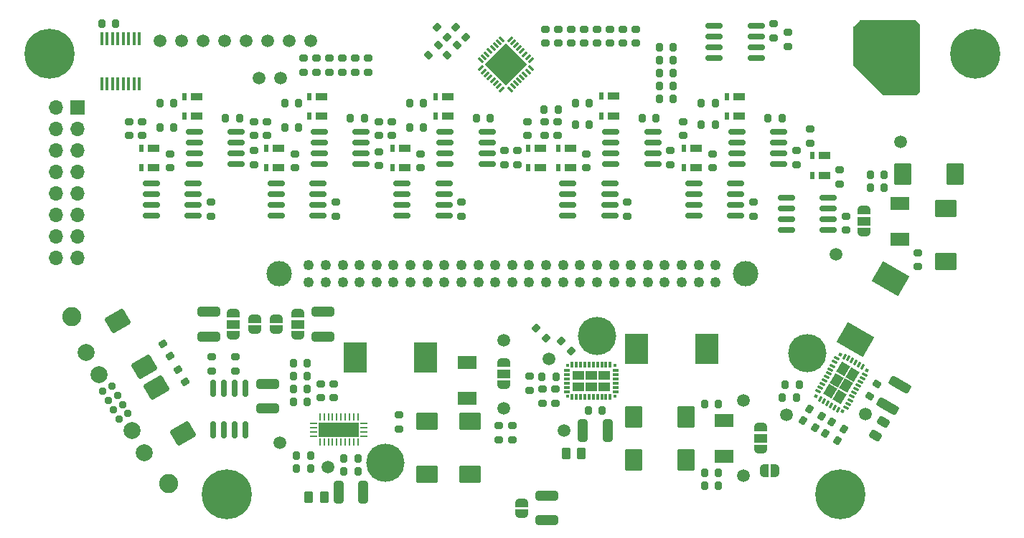
<source format=gts>
%TF.GenerationSoftware,KiCad,Pcbnew,7.0.1-0*%
%TF.CreationDate,2023-07-14T11:12:34-05:00*%
%TF.ProjectId,power,706f7765-722e-46b6-9963-61645f706362,rev?*%
%TF.SameCoordinates,PXb5acc9ePY48ab840*%
%TF.FileFunction,Soldermask,Top*%
%TF.FilePolarity,Negative*%
%FSLAX46Y46*%
G04 Gerber Fmt 4.6, Leading zero omitted, Abs format (unit mm)*
G04 Created by KiCad (PCBNEW 7.0.1-0) date 2023-07-14 11:12:34*
%MOMM*%
%LPD*%
G01*
G04 APERTURE LIST*
G04 Aperture macros list*
%AMRoundRect*
0 Rectangle with rounded corners*
0 $1 Rounding radius*
0 $2 $3 $4 $5 $6 $7 $8 $9 X,Y pos of 4 corners*
0 Add a 4 corners polygon primitive as box body*
4,1,4,$2,$3,$4,$5,$6,$7,$8,$9,$2,$3,0*
0 Add four circle primitives for the rounded corners*
1,1,$1+$1,$2,$3*
1,1,$1+$1,$4,$5*
1,1,$1+$1,$6,$7*
1,1,$1+$1,$8,$9*
0 Add four rect primitives between the rounded corners*
20,1,$1+$1,$2,$3,$4,$5,0*
20,1,$1+$1,$4,$5,$6,$7,0*
20,1,$1+$1,$6,$7,$8,$9,0*
20,1,$1+$1,$8,$9,$2,$3,0*%
%AMRotRect*
0 Rectangle, with rotation*
0 The origin of the aperture is its center*
0 $1 length*
0 $2 width*
0 $3 Rotation angle, in degrees counterclockwise*
0 Add horizontal line*
21,1,$1,$2,0,0,$3*%
%AMFreePoly0*
4,1,19,0.500000,-0.750000,0.000000,-0.750000,0.000000,-0.744911,-0.071157,-0.744911,-0.207708,-0.704816,-0.327430,-0.627875,-0.420627,-0.520320,-0.479746,-0.390866,-0.500000,-0.250000,-0.500000,0.250000,-0.479746,0.390866,-0.420627,0.520320,-0.327430,0.627875,-0.207708,0.704816,-0.071157,0.744911,0.000000,0.744911,0.000000,0.750000,0.500000,0.750000,0.500000,-0.750000,0.500000,-0.750000,
$1*%
%AMFreePoly1*
4,1,19,0.000000,0.744911,0.071157,0.744911,0.207708,0.704816,0.327430,0.627875,0.420627,0.520320,0.479746,0.390866,0.500000,0.250000,0.500000,-0.250000,0.479746,-0.390866,0.420627,-0.520320,0.327430,-0.627875,0.207708,-0.704816,0.071157,-0.744911,0.000000,-0.744911,0.000000,-0.750000,-0.500000,-0.750000,-0.500000,0.750000,0.000000,0.750000,0.000000,0.744911,0.000000,0.744911,
$1*%
%AMFreePoly2*
4,1,19,0.550000,-0.750000,0.000000,-0.750000,0.000000,-0.744911,-0.071157,-0.744911,-0.207708,-0.704816,-0.327430,-0.627875,-0.420627,-0.520320,-0.479746,-0.390866,-0.500000,-0.250000,-0.500000,0.250000,-0.479746,0.390866,-0.420627,0.520320,-0.327430,0.627875,-0.207708,0.704816,-0.071157,0.744911,0.000000,0.744911,0.000000,0.750000,0.550000,0.750000,0.550000,-0.750000,0.550000,-0.750000,
$1*%
%AMFreePoly3*
4,1,19,0.000000,0.744911,0.071157,0.744911,0.207708,0.704816,0.327430,0.627875,0.420627,0.520320,0.479746,0.390866,0.500000,0.250000,0.500000,-0.250000,0.479746,-0.390866,0.420627,-0.520320,0.327430,-0.627875,0.207708,-0.704816,0.071157,-0.744911,0.000000,-0.744911,0.000000,-0.750000,-0.550000,-0.750000,-0.550000,0.750000,0.000000,0.750000,0.000000,0.744911,0.000000,0.744911,
$1*%
G04 Aperture macros list end*
%ADD10RoundRect,0.200000X-0.200000X-0.275000X0.200000X-0.275000X0.200000X0.275000X-0.200000X0.275000X0*%
%ADD11RoundRect,0.200000X0.310705X0.138157X-0.035705X0.338157X-0.310705X-0.138157X0.035705X-0.338157X0*%
%ADD12RoundRect,0.200000X-0.275000X0.200000X-0.275000X-0.200000X0.275000X-0.200000X0.275000X0.200000X0*%
%ADD13C,1.500000*%
%ADD14RoundRect,0.150000X-0.825000X-0.150000X0.825000X-0.150000X0.825000X0.150000X-0.825000X0.150000X0*%
%ADD15RoundRect,0.200000X0.275000X-0.200000X0.275000X0.200000X-0.275000X0.200000X-0.275000X-0.200000X0*%
%ADD16RoundRect,0.250000X-1.075000X0.312500X-1.075000X-0.312500X1.075000X-0.312500X1.075000X0.312500X0*%
%ADD17RoundRect,0.250000X-0.312500X-1.075000X0.312500X-1.075000X0.312500X1.075000X-0.312500X1.075000X0*%
%ADD18R,2.700000X3.600000*%
%ADD19FreePoly0,270.000000*%
%ADD20FreePoly1,270.000000*%
%ADD21C,5.892800*%
%ADD22FreePoly2,90.000000*%
%ADD23R,1.500000X1.000000*%
%ADD24FreePoly3,90.000000*%
%ADD25RoundRect,0.200000X0.200000X0.275000X-0.200000X0.275000X-0.200000X-0.275000X0.200000X-0.275000X0*%
%ADD26RoundRect,0.250000X1.281426X-0.169495X0.493926X1.194495X-1.281426X0.169495X-0.493926X-1.194495X0*%
%ADD27R,2.200000X1.500000*%
%ADD28RoundRect,0.200000X-0.310705X-0.138157X0.035705X-0.338157X0.310705X0.138157X-0.035705X0.338157X0*%
%ADD29RoundRect,0.250000X-0.262500X-0.450000X0.262500X-0.450000X0.262500X0.450000X-0.262500X0.450000X0*%
%ADD30R,0.550000X0.850000*%
%ADD31R,1.350000X0.850000*%
%ADD32RoundRect,0.200000X0.335876X0.053033X0.053033X0.335876X-0.335876X-0.053033X-0.053033X-0.335876X0*%
%ADD33RoundRect,0.250000X1.075000X-0.312500X1.075000X0.312500X-1.075000X0.312500X-1.075000X-0.312500X0*%
%ADD34C,4.521200*%
%ADD35RoundRect,0.150000X0.825000X0.150000X-0.825000X0.150000X-0.825000X-0.150000X0.825000X-0.150000X0*%
%ADD36R,0.300000X0.700000*%
%ADD37R,0.700000X0.300000*%
%ADD38R,1.355000X1.125000*%
%ADD39R,1.340000X1.125000*%
%ADD40R,0.375000X0.375000*%
%ADD41RoundRect,0.250000X-1.025000X0.787500X-1.025000X-0.787500X1.025000X-0.787500X1.025000X0.787500X0*%
%ADD42RoundRect,0.062500X0.291682X-0.203293X-0.203293X0.291682X-0.291682X0.203293X0.203293X-0.291682X0*%
%ADD43RoundRect,0.062500X0.291682X0.203293X0.203293X0.291682X-0.291682X-0.203293X-0.203293X-0.291682X0*%
%ADD44RotRect,3.500000X3.500000X135.000000*%
%ADD45RoundRect,0.250000X-0.787500X-1.025000X0.787500X-1.025000X0.787500X1.025000X-0.787500X1.025000X0*%
%ADD46RoundRect,0.250000X0.258461X-0.452332X0.520961X0.002332X-0.258461X0.452332X-0.520961X-0.002332X0*%
%ADD47R,0.360000X1.600000*%
%ADD48RoundRect,0.200000X-0.053033X0.335876X-0.335876X0.053033X0.053033X-0.335876X0.335876X-0.053033X0*%
%ADD49RoundRect,0.250000X0.787500X1.025000X-0.787500X1.025000X-0.787500X-1.025000X0.787500X-1.025000X0*%
%ADD50FreePoly2,270.000000*%
%ADD51FreePoly3,270.000000*%
%ADD52RoundRect,0.200000X0.138157X-0.310705X0.338157X0.035705X-0.138157X0.310705X-0.338157X-0.035705X0*%
%ADD53RoundRect,0.250000X1.025000X-0.787500X1.025000X0.787500X-1.025000X0.787500X-1.025000X-0.787500X0*%
%ADD54RoundRect,0.250000X0.774727X-0.808133X1.087227X-0.266867X-0.774727X0.808133X-1.087227X0.266867X0*%
%ADD55C,2.250000*%
%ADD56C,0.950000*%
%ADD57C,2.000000*%
%ADD58RoundRect,0.150000X0.150000X-0.825000X0.150000X0.825000X-0.150000X0.825000X-0.150000X-0.825000X0*%
%ADD59RoundRect,0.062500X0.062500X-0.350000X0.062500X0.350000X-0.062500X0.350000X-0.062500X-0.350000X0*%
%ADD60RoundRect,0.062500X0.337500X-0.062500X0.337500X0.062500X-0.337500X0.062500X-0.337500X-0.062500X0*%
%ADD61R,4.750000X1.700000*%
%ADD62FreePoly0,0.000000*%
%ADD63FreePoly1,0.000000*%
%ADD64RoundRect,0.200000X0.338157X-0.035705X0.138157X0.310705X-0.338157X0.035705X-0.138157X-0.310705X0*%
%ADD65C,3.000000*%
%ADD66C,1.250000*%
%ADD67RotRect,0.700000X0.300000X150.000000*%
%ADD68RotRect,0.700000X0.300000X240.000000*%
%ADD69RotRect,0.700000X0.300000X60.000000*%
%ADD70RotRect,1.125000X1.355000X150.000000*%
%ADD71RotRect,1.125000X1.340000X150.000000*%
%ADD72RotRect,0.375000X0.375000X60.000000*%
%ADD73RotRect,2.700000X3.600000X60.000000*%
%ADD74R,1.700000X1.700000*%
%ADD75O,1.700000X1.700000*%
G04 APERTURE END LIST*
D10*
%TO.C,C14*%
X-31940000Y-41401998D03*
X-30290000Y-41401998D03*
%TD*%
D11*
%TO.C,C4*%
X-15475138Y-44386528D03*
X-16904080Y-43561528D03*
%TD*%
D12*
%TO.C,C60*%
X-75437998Y-17589998D03*
X-75437998Y-19239998D03*
%TD*%
D13*
%TO.C,TP5*%
X-8763000Y-10413998D03*
%TD*%
%TO.C,TP8*%
X-85973000Y1524002D03*
%TD*%
D14*
%TO.C,U13*%
X-33209002Y-15367000D03*
X-33209002Y-16637000D03*
X-33209002Y-17907000D03*
X-33209002Y-19177000D03*
X-28259002Y-19177000D03*
X-28259002Y-17907000D03*
X-28259002Y-16637000D03*
X-28259002Y-15367000D03*
%TD*%
%TO.C,U17*%
X-28129002Y-9271000D03*
X-28129002Y-10541000D03*
X-28129002Y-11811000D03*
X-28129002Y-13081000D03*
X-23179002Y-13081000D03*
X-23179002Y-11811000D03*
X-23179002Y-10541000D03*
X-23179002Y-9271000D03*
%TD*%
D15*
%TO.C,C59*%
X-80263998Y-13524998D03*
X-80263998Y-11874998D03*
%TD*%
D16*
%TO.C,R40*%
X-50546000Y-52258498D03*
X-50546000Y-55183498D03*
%TD*%
D13*
%TO.C,TP21*%
X-93599000Y1524002D03*
%TD*%
D12*
%TO.C,C48*%
X-15240000Y-19240998D03*
X-15240000Y-20890998D03*
%TD*%
D15*
%TO.C,C21*%
X-77216000Y-40702998D03*
X-77216000Y-39052998D03*
%TD*%
D13*
%TO.C,TP1*%
X-22265706Y-42671998D03*
%TD*%
D14*
%TO.C,U26*%
X-97216998Y-15366998D03*
X-97216998Y-16636998D03*
X-97216998Y-17906998D03*
X-97216998Y-19176998D03*
X-92266998Y-19176998D03*
X-92266998Y-17906998D03*
X-92266998Y-16636998D03*
X-92266998Y-15366998D03*
%TD*%
D10*
%TO.C,C38*%
X-103059998Y3556002D03*
X-101409998Y3556002D03*
%TD*%
D15*
%TO.C,C39*%
X-45847000Y-13524998D03*
X-45847000Y-11874998D03*
%TD*%
D12*
%TO.C,R25*%
X-50673000Y2857002D03*
X-50673000Y1207002D03*
%TD*%
D10*
%TO.C,R36*%
X-96202000Y-8762998D03*
X-94552000Y-8762998D03*
%TD*%
D13*
%TO.C,TP16*%
X-78359000Y1524002D03*
%TD*%
%TO.C,TP22*%
X-96139000Y1524002D03*
%TD*%
D17*
%TO.C,C24*%
X-75122500Y-51815998D03*
X-72197500Y-51815998D03*
%TD*%
D12*
%TO.C,C30*%
X-56164000Y-44005998D03*
X-56164000Y-45655998D03*
%TD*%
D13*
%TO.C,TP7*%
X-27305000Y-49910998D03*
%TD*%
D18*
%TO.C,L8*%
X-73111000Y-35940998D03*
X-64811000Y-35940998D03*
%TD*%
D19*
%TO.C,JP7*%
X-53467000Y-53070998D03*
D20*
X-53467000Y-54370998D03*
%TD*%
D21*
%TO.C,H2*%
X-109219998Y2D03*
%TD*%
D22*
%TO.C,JP9*%
X-79883000Y-33303998D03*
D23*
X-79883000Y-32003998D03*
D24*
X-79883000Y-30703998D03*
%TD*%
D22*
%TO.C,JP3*%
X-13081000Y-21111998D03*
D23*
X-13081000Y-19811998D03*
D24*
X-13081000Y-18511998D03*
%TD*%
D15*
%TO.C,C36*%
X-90043000Y-37527998D03*
X-90043000Y-35877998D03*
%TD*%
D25*
%TO.C,R9*%
X-78804000Y-39623998D03*
X-80454000Y-39623998D03*
%TD*%
D15*
%TO.C,C6*%
X-6731000Y-25208998D03*
X-6731000Y-23558998D03*
%TD*%
D26*
%TO.C,C32*%
X-93439750Y-44859502D03*
X-96552250Y-39468494D03*
%TD*%
D13*
%TO.C,TP10*%
X-55626000Y-41909998D03*
%TD*%
D10*
%TO.C,R8*%
X-51117000Y-38226998D03*
X-49467000Y-38226998D03*
%TD*%
D27*
%TO.C,L9*%
X-59944000Y-36507998D03*
X-59944000Y-40707998D03*
%TD*%
D10*
%TO.C,R17*%
X-32321002Y-5842000D03*
X-30671002Y-5842000D03*
%TD*%
D15*
%TO.C,R46*%
X-71628000Y-2221998D03*
X-71628000Y-571998D03*
%TD*%
D26*
%TO.C,C34*%
X-98011750Y-36985502D03*
X-101124250Y-31594494D03*
%TD*%
D28*
%TO.C,R4*%
X-19544501Y-42038872D03*
X-18115559Y-42863872D03*
%TD*%
D15*
%TO.C,C55*%
X-65404998Y-13524998D03*
X-65404998Y-11874998D03*
%TD*%
D25*
%TO.C,C9*%
X-10732000Y-14350998D03*
X-12382000Y-14350998D03*
%TD*%
D29*
%TO.C,L3*%
X-78636500Y-52450998D03*
X-76811500Y-52450998D03*
%TD*%
D12*
%TO.C,R13*%
X-49276002Y-8065000D03*
X-49276002Y-9715000D03*
%TD*%
D30*
%TO.C,U16*%
X-19230000Y-12064998D03*
X-19230000Y-14414998D03*
D31*
X-17780000Y-14414998D03*
X-17780000Y-12064998D03*
%TD*%
D25*
%TO.C,C3*%
X-20763332Y-39100892D03*
X-22413332Y-39100892D03*
%TD*%
D22*
%TO.C,JP8*%
X-87503000Y-33303998D03*
D23*
X-87503000Y-32003998D03*
D24*
X-87503000Y-30703998D03*
%TD*%
D13*
%TO.C,TP17*%
X-81915000Y-2920998D03*
%TD*%
D16*
%TO.C,R38*%
X-90424000Y-30541498D03*
X-90424000Y-33466498D03*
%TD*%
D25*
%TO.C,C53*%
X-57213998Y-7619998D03*
X-58863998Y-7619998D03*
%TD*%
D32*
%TO.C,R5*%
X-50597637Y-33603361D03*
X-51764363Y-32436635D03*
%TD*%
D15*
%TO.C,C41*%
X-30988002Y-13525000D03*
X-30988002Y-11875000D03*
%TD*%
%TO.C,R51*%
X-79248000Y-2221998D03*
X-79248000Y-571998D03*
%TD*%
D33*
%TO.C,C23*%
X-83439000Y-41975498D03*
X-83439000Y-39050498D03*
%TD*%
D34*
%TO.C,H5*%
X-19812000Y-35432998D03*
%TD*%
D10*
%TO.C,R32*%
X-66738000Y-8762998D03*
X-65088000Y-8762998D03*
%TD*%
D25*
%TO.C,R43*%
X-35624000Y-3809998D03*
X-37274000Y-3809998D03*
%TD*%
D15*
%TO.C,R48*%
X-74676000Y-2221998D03*
X-74676000Y-571998D03*
%TD*%
D35*
%TO.C,U4*%
X-25846000Y-507998D03*
X-25846000Y762002D03*
X-25846000Y2032002D03*
X-25846000Y3302002D03*
X-30796000Y3302002D03*
X-30796000Y2032002D03*
X-30796000Y762002D03*
X-30796000Y-507998D03*
%TD*%
D15*
%TO.C,R54*%
X-46101000Y1207002D03*
X-46101000Y2857002D03*
%TD*%
D10*
%TO.C,R23*%
X-81469998Y-5841998D03*
X-79819998Y-5841998D03*
%TD*%
D12*
%TO.C,C58*%
X-70358000Y-11620998D03*
X-70358000Y-13270998D03*
%TD*%
D36*
%TO.C,U2*%
X-47548000Y-40600498D03*
X-47048000Y-40600498D03*
X-46548000Y-40600498D03*
X-46048000Y-40600498D03*
X-45548000Y-40600498D03*
X-45048000Y-40600498D03*
X-44548000Y-40600498D03*
X-44048000Y-40600498D03*
X-43548000Y-40600498D03*
X-43048000Y-40600498D03*
D37*
X-42398000Y-39950498D03*
X-42398000Y-39450498D03*
X-42398000Y-38950498D03*
X-42398000Y-38450498D03*
X-42398000Y-37950498D03*
X-42398000Y-37450498D03*
D36*
X-43048000Y-36800498D03*
X-43548000Y-36800498D03*
X-44048000Y-36800498D03*
X-44548000Y-36800498D03*
X-45048000Y-36800498D03*
X-45548000Y-36800498D03*
X-46048000Y-36800498D03*
X-46548000Y-36800498D03*
X-47048000Y-36800498D03*
X-47548000Y-36800498D03*
D37*
X-48198000Y-37450498D03*
X-48198000Y-37950498D03*
X-48198000Y-38450498D03*
X-48198000Y-38950498D03*
X-48198000Y-39450498D03*
X-48198000Y-39950498D03*
D38*
X-46845500Y-39362998D03*
X-46845500Y-38037998D03*
D39*
X-45298000Y-39362998D03*
X-45298000Y-38037998D03*
D38*
X-43750500Y-39362998D03*
X-43750500Y-38037998D03*
D40*
X-48110500Y-40512998D03*
X-42485500Y-40512998D03*
X-42485500Y-36887998D03*
X-48110500Y-36887998D03*
%TD*%
D30*
%TO.C,U7*%
X-49200000Y-11174498D03*
X-49200000Y-13524498D03*
D31*
X-47750000Y-13524498D03*
X-47750000Y-11174498D03*
%TD*%
D25*
%TO.C,R52*%
X-35624000Y762002D03*
X-37274000Y762002D03*
%TD*%
D30*
%TO.C,U11*%
X-34341002Y-11174500D03*
X-34341002Y-13524500D03*
D31*
X-32891002Y-13524500D03*
X-32891002Y-11174500D03*
%TD*%
D41*
%TO.C,C29*%
X-59563000Y-43496498D03*
X-59563000Y-49721498D03*
%TD*%
D10*
%TO.C,C17*%
X-31940000Y-49529998D03*
X-30290000Y-49529998D03*
%TD*%
D12*
%TO.C,R37*%
X-99822000Y-8064998D03*
X-99822000Y-9714998D03*
%TD*%
D14*
%TO.C,U25*%
X-92136998Y-9270998D03*
X-92136998Y-10540998D03*
X-92136998Y-11810998D03*
X-92136998Y-13080998D03*
X-87186998Y-13080998D03*
X-87186998Y-11810998D03*
X-87186998Y-10540998D03*
X-87186998Y-9270998D03*
%TD*%
D13*
%TO.C,TP20*%
X-91059000Y1524002D03*
%TD*%
D19*
%TO.C,JP1*%
X-84963000Y-31353999D03*
D20*
X-84963000Y-32653999D03*
%TD*%
D12*
%TO.C,C28*%
X-67945000Y-42735998D03*
X-67945000Y-44385998D03*
%TD*%
D32*
%TO.C,C63*%
X-62281637Y1956639D03*
X-63448363Y3123365D03*
%TD*%
D10*
%TO.C,R19*%
X-96201998Y-5841998D03*
X-94551998Y-5841998D03*
%TD*%
D12*
%TO.C,R33*%
X-70358000Y-8064998D03*
X-70358000Y-9714998D03*
%TD*%
D13*
%TO.C,TP14*%
X-83433000Y1524002D03*
%TD*%
D12*
%TO.C,C52*%
X-90169998Y-17589998D03*
X-90169998Y-19239998D03*
%TD*%
D42*
%TO.C,U6*%
X-54885864Y-4231008D03*
X-54532311Y-3877454D03*
X-54178757Y-3523901D03*
X-53825204Y-3170347D03*
X-53471651Y-2816794D03*
X-53118097Y-2463241D03*
X-52764544Y-2109687D03*
X-52410990Y-1756134D03*
D43*
X-52410990Y-783862D03*
X-52764544Y-430309D03*
X-53118097Y-76755D03*
X-53471651Y276798D03*
X-53825204Y630351D03*
X-54178757Y983905D03*
X-54532311Y1337458D03*
X-54885864Y1691012D03*
D42*
X-55858136Y1691012D03*
X-56211689Y1337458D03*
X-56565243Y983905D03*
X-56918796Y630351D03*
X-57272349Y276798D03*
X-57625903Y-76755D03*
X-57979456Y-430309D03*
X-58333010Y-783862D03*
D43*
X-58333010Y-1756134D03*
X-57979456Y-2109687D03*
X-57625903Y-2463241D03*
X-57272349Y-2816794D03*
X-56918796Y-3170347D03*
X-56565243Y-3523901D03*
X-56211689Y-3877454D03*
X-55858136Y-4231008D03*
D44*
X-55372000Y-1269998D03*
%TD*%
D25*
%TO.C,R1*%
X-21084616Y-40673372D03*
X-22734616Y-40673372D03*
%TD*%
D45*
%TO.C,C7*%
X-8573500Y-14223998D03*
X-2348500Y-14223998D03*
%TD*%
D46*
%TO.C,L1*%
X-11718427Y-45119715D03*
X-10805927Y-43539219D03*
%TD*%
D15*
%TO.C,R50*%
X-77724000Y-2221998D03*
X-77724000Y-571998D03*
%TD*%
D14*
%TO.C,U10*%
X-48068000Y-15366998D03*
X-48068000Y-16636998D03*
X-48068000Y-17906998D03*
X-48068000Y-19176998D03*
X-43118000Y-19176998D03*
X-43118000Y-17906998D03*
X-43118000Y-16636998D03*
X-43118000Y-15366998D03*
%TD*%
D21*
%TO.C,H1*%
X2Y2D03*
%TD*%
D15*
%TO.C,C20*%
X-75692000Y-40702998D03*
X-75692000Y-39052998D03*
%TD*%
D47*
%TO.C,U8*%
X-103060498Y-3543998D03*
X-102425498Y-3543998D03*
X-101790498Y-3543998D03*
X-101155498Y-3543998D03*
X-100520498Y-3543998D03*
X-99885498Y-3543998D03*
X-99250498Y-3543998D03*
X-98615498Y-3543998D03*
X-98615498Y1766002D03*
X-99250498Y1766002D03*
X-99885498Y1766002D03*
X-100520498Y1766002D03*
X-101155498Y1766002D03*
X-101790498Y1766002D03*
X-102425498Y1766002D03*
X-103060498Y1766002D03*
%TD*%
D15*
%TO.C,C15*%
X-49530000Y-41337998D03*
X-49530000Y-39687998D03*
%TD*%
D29*
%TO.C,L2*%
X-48283500Y-47243998D03*
X-46458500Y-47243998D03*
%TD*%
D15*
%TO.C,R53*%
X-49149000Y1207002D03*
X-49149000Y2857002D03*
%TD*%
D12*
%TO.C,C31*%
X-54610000Y-44005998D03*
X-54610000Y-45655998D03*
%TD*%
%TO.C,R14*%
X-53975000Y-11494000D03*
X-53975000Y-13144000D03*
%TD*%
%TO.C,C50*%
X-85089998Y-11493998D03*
X-85089998Y-13143998D03*
%TD*%
D10*
%TO.C,R31*%
X-32321000Y-8381998D03*
X-30671000Y-8381998D03*
%TD*%
%TO.C,C26*%
X-74485000Y-47878998D03*
X-72835000Y-47878998D03*
%TD*%
D11*
%TO.C,R3*%
X-18876784Y-44182351D03*
X-20305726Y-43357351D03*
%TD*%
D25*
%TO.C,C45*%
X-22797002Y-7620000D03*
X-24447002Y-7620000D03*
%TD*%
D30*
%TO.C,U21*%
X-63677998Y-5078498D03*
X-63677998Y-7428498D03*
D31*
X-62227998Y-7428498D03*
X-62227998Y-5078498D03*
%TD*%
D34*
%TO.C,H6*%
X-44577000Y-33400998D03*
%TD*%
D27*
%TO.C,L7*%
X-29591000Y-43365998D03*
X-29591000Y-47565998D03*
%TD*%
D25*
%TO.C,C22*%
X-78423000Y-47497998D03*
X-80073000Y-47497998D03*
%TD*%
D12*
%TO.C,R58*%
X-43053000Y2857002D03*
X-43053000Y1207002D03*
%TD*%
D10*
%TO.C,R34*%
X-81470000Y-8762998D03*
X-79820000Y-8762998D03*
%TD*%
D15*
%TO.C,R56*%
X-40005000Y1207002D03*
X-40005000Y2857002D03*
%TD*%
D13*
%TO.C,TP13*%
X-76327000Y-48894998D03*
%TD*%
D48*
%TO.C,C65*%
X-61138637Y964365D03*
X-62305363Y-202361D03*
%TD*%
D15*
%TO.C,C37*%
X-87249000Y-37527998D03*
X-87249000Y-35877998D03*
%TD*%
D13*
%TO.C,TP6*%
X-27305000Y-41020998D03*
%TD*%
D15*
%TO.C,R7*%
X-52578000Y-39813998D03*
X-52578000Y-38163998D03*
%TD*%
D14*
%TO.C,U27*%
X-62545998Y-9270998D03*
X-62545998Y-10540998D03*
X-62545998Y-11810998D03*
X-62545998Y-13080998D03*
X-57595998Y-13080998D03*
X-57595998Y-11810998D03*
X-57595998Y-10540998D03*
X-57595998Y-9270998D03*
%TD*%
D25*
%TO.C,R41*%
X-35624000Y-761998D03*
X-37274000Y-761998D03*
%TD*%
D13*
%TO.C,TP2*%
X-50292000Y-36067998D03*
%TD*%
D15*
%TO.C,C51*%
X-94995998Y-13524998D03*
X-94995998Y-11874998D03*
%TD*%
D13*
%TO.C,TP9*%
X-55626000Y-33908998D03*
%TD*%
D12*
%TO.C,R26*%
X-52832000Y-8065000D03*
X-52832000Y-9715000D03*
%TD*%
D49*
%TO.C,C13*%
X-34098500Y-42925998D03*
X-40323500Y-42925998D03*
%TD*%
D13*
%TO.C,TP15*%
X-80893000Y1524002D03*
%TD*%
D50*
%TO.C,JP5*%
X-55626000Y-36545998D03*
D23*
X-55626000Y-37845998D03*
D51*
X-55626000Y-39145998D03*
%TD*%
D21*
%TO.C,H3*%
X-88264998Y-52069998D03*
%TD*%
D15*
%TO.C,C66*%
X-23748999Y1842002D03*
X-23748999Y3492002D03*
%TD*%
D30*
%TO.C,U12*%
X-44120002Y-5016000D03*
X-44120002Y-7366000D03*
D31*
X-42670002Y-7366000D03*
X-42670002Y-5016000D03*
%TD*%
D52*
%TO.C,C2*%
X-12425562Y-40502509D03*
X-11600562Y-39073567D03*
%TD*%
D16*
%TO.C,R39*%
X-76962000Y-30541498D03*
X-76962000Y-33466498D03*
%TD*%
D12*
%TO.C,R57*%
X-47625000Y2857002D03*
X-47625000Y1207002D03*
%TD*%
D50*
%TO.C,JP4*%
X-25273000Y-44165998D03*
D23*
X-25273000Y-45465998D03*
D51*
X-25273000Y-46765998D03*
%TD*%
D12*
%TO.C,R24*%
X-83565998Y-8064998D03*
X-83565998Y-9714998D03*
%TD*%
D10*
%TO.C,R16*%
X-47180002Y-5842000D03*
X-45530002Y-5842000D03*
%TD*%
D30*
%TO.C,U24*%
X-83616998Y-11175998D03*
X-83616998Y-13525998D03*
D31*
X-82166998Y-13525998D03*
X-82166998Y-11175998D03*
%TD*%
D13*
%TO.C,TP18*%
X-84455000Y-2920998D03*
%TD*%
D32*
%TO.C,C12*%
X-47676637Y-35127361D03*
X-48843363Y-33960635D03*
%TD*%
D15*
%TO.C,R47*%
X-73152000Y-2221998D03*
X-73152000Y-571998D03*
%TD*%
D12*
%TO.C,R18*%
X-19431000Y-8953998D03*
X-19431000Y-10603998D03*
%TD*%
D13*
%TO.C,TP19*%
X-88519000Y1524002D03*
%TD*%
D12*
%TO.C,R59*%
X-41529000Y2857002D03*
X-41529000Y1207002D03*
%TD*%
D53*
%TO.C,C5*%
X-3429000Y-24575498D03*
X-3429000Y-18350498D03*
%TD*%
D25*
%TO.C,R44*%
X-35624000Y-5333998D03*
X-37274000Y-5333998D03*
%TD*%
D12*
%TO.C,R35*%
X-85090000Y-8064998D03*
X-85090000Y-9714998D03*
%TD*%
D13*
%TO.C,TP3*%
X-82042000Y-45973998D03*
%TD*%
D15*
%TO.C,R6*%
X-51054000Y-41337998D03*
X-51054000Y-39687998D03*
%TD*%
D54*
%TO.C,C1*%
X-10337091Y-41711174D03*
X-8874591Y-39178050D03*
%TD*%
D55*
%TO.C,J2*%
X-95178398Y-50809577D03*
X-106578398Y-31064198D03*
D56*
X-99945228Y-42563185D03*
X-100570228Y-41480653D03*
X-101195228Y-40398122D03*
X-101820228Y-39315590D03*
X-101027760Y-43188185D03*
X-101652760Y-42105653D03*
X-102277760Y-41023122D03*
X-102902760Y-39940590D03*
D57*
X-97998994Y-47184162D03*
X-99498994Y-44586085D03*
X-103348994Y-37917690D03*
X-104848994Y-35319614D03*
%TD*%
D32*
%TO.C,C62*%
X-60122637Y1956639D03*
X-61289363Y3123365D03*
%TD*%
D58*
%TO.C,U5*%
X-89916000Y-44511998D03*
X-88646000Y-44511998D03*
X-87376000Y-44511998D03*
X-86106000Y-44511998D03*
X-86106000Y-39561998D03*
X-87376000Y-39561998D03*
X-88646000Y-39561998D03*
X-89916000Y-39561998D03*
%TD*%
D25*
%TO.C,R12*%
X-78423000Y-49021998D03*
X-80073000Y-49021998D03*
%TD*%
D14*
%TO.C,U29*%
X-77404998Y-9270998D03*
X-77404998Y-10540998D03*
X-77404998Y-11810998D03*
X-77404998Y-13080998D03*
X-72454998Y-13080998D03*
X-72454998Y-11810998D03*
X-72454998Y-10540998D03*
X-72454998Y-9270998D03*
%TD*%
D10*
%TO.C,R21*%
X-66737998Y-5841998D03*
X-65087998Y-5841998D03*
%TD*%
D41*
%TO.C,C27*%
X-64643000Y-43496498D03*
X-64643000Y-49721498D03*
%TD*%
D59*
%TO.C,U3*%
X-77307000Y-45912498D03*
X-76807000Y-45912498D03*
X-76307000Y-45912498D03*
X-75807000Y-45912498D03*
X-75307000Y-45912498D03*
X-74807000Y-45912498D03*
X-74307000Y-45912498D03*
X-73807000Y-45912498D03*
X-73307000Y-45912498D03*
X-72807000Y-45912498D03*
D60*
X-72082000Y-45199998D03*
X-72082000Y-44699998D03*
X-72082000Y-44199998D03*
X-72082000Y-43699998D03*
D59*
X-72807000Y-42987498D03*
X-73307000Y-42987498D03*
X-73807000Y-42987498D03*
X-74307000Y-42987498D03*
X-74807000Y-42987498D03*
X-75307000Y-42987498D03*
X-75807000Y-42987498D03*
X-76307000Y-42987498D03*
X-76807000Y-42987498D03*
X-77307000Y-42987498D03*
D60*
X-78032000Y-43699998D03*
X-78032000Y-44199998D03*
X-78032000Y-44699998D03*
X-78032000Y-45199998D03*
D61*
X-75057000Y-44449998D03*
%TD*%
D12*
%TO.C,R22*%
X-68833998Y-8064998D03*
X-68833998Y-9714998D03*
%TD*%
D13*
%TO.C,TP12*%
X-48514000Y-44576998D03*
%TD*%
D25*
%TO.C,C49*%
X-86804998Y-7619998D03*
X-88454998Y-7619998D03*
%TD*%
D19*
%TO.C,JP2*%
X-82423000Y-31353998D03*
D20*
X-82423000Y-32653998D03*
%TD*%
D12*
%TO.C,R29*%
X-50800000Y-8064998D03*
X-50800000Y-9714998D03*
%TD*%
D25*
%TO.C,C8*%
X-10732000Y-15874998D03*
X-12382000Y-15874998D03*
%TD*%
D12*
%TO.C,C40*%
X-41021000Y-17589998D03*
X-41021000Y-19239998D03*
%TD*%
%TO.C,C46*%
X-21082002Y-11494000D03*
X-21082002Y-13144000D03*
%TD*%
D10*
%TO.C,C11*%
X-45656000Y-42163998D03*
X-44006000Y-42163998D03*
%TD*%
D25*
%TO.C,C19*%
X-78804000Y-41147998D03*
X-80454000Y-41147998D03*
%TD*%
D14*
%TO.C,U14*%
X-42988000Y-9270998D03*
X-42988000Y-10540998D03*
X-42988000Y-11810998D03*
X-42988000Y-13080998D03*
X-38038000Y-13080998D03*
X-38038000Y-11810998D03*
X-38038000Y-10540998D03*
X-38038000Y-9270998D03*
%TD*%
D34*
%TO.C,H7*%
X-69596000Y-48386998D03*
%TD*%
D12*
%TO.C,R20*%
X-98297998Y-8064998D03*
X-98297998Y-9714998D03*
%TD*%
D25*
%TO.C,C57*%
X-72072998Y-7619998D03*
X-73722998Y-7619998D03*
%TD*%
D12*
%TO.C,R15*%
X-34417002Y-8065000D03*
X-34417002Y-9715000D03*
%TD*%
D21*
%TO.C,H4*%
X-15874998Y-52069998D03*
%TD*%
D62*
%TO.C,JP6*%
X-24907000Y-49275998D03*
D63*
X-23607000Y-49275998D03*
%TD*%
D48*
%TO.C,C64*%
X-63297637Y964365D03*
X-64464363Y-202361D03*
%TD*%
D10*
%TO.C,R10*%
X-80454000Y-38099998D03*
X-78804000Y-38099998D03*
%TD*%
D30*
%TO.C,U23*%
X-78536998Y-5078498D03*
X-78536998Y-7428498D03*
D31*
X-77086998Y-7428498D03*
X-77086998Y-5078498D03*
%TD*%
D25*
%TO.C,R42*%
X-35624000Y-2285998D03*
X-37274000Y-2285998D03*
%TD*%
D17*
%TO.C,C10*%
X-46293500Y-44576998D03*
X-43368500Y-44576998D03*
%TD*%
D11*
%TO.C,R2*%
X-16237139Y-45706351D03*
X-17666081Y-44881351D03*
%TD*%
D12*
%TO.C,C56*%
X-60578998Y-17589998D03*
X-60578998Y-19239998D03*
%TD*%
D14*
%TO.C,U18*%
X-22287000Y-17017998D03*
X-22287000Y-18287998D03*
X-22287000Y-19557998D03*
X-22287000Y-20827998D03*
X-17337000Y-20827998D03*
X-17337000Y-19557998D03*
X-17337000Y-18287998D03*
X-17337000Y-17017998D03*
%TD*%
D12*
%TO.C,C54*%
X-55498998Y-11493998D03*
X-55498998Y-13143998D03*
%TD*%
D13*
%TO.C,TP4*%
X-16383000Y-23748998D03*
%TD*%
D30*
%TO.C,U20*%
X-98348998Y-11174498D03*
X-98348998Y-13524498D03*
D31*
X-96898998Y-13524498D03*
X-96898998Y-11174498D03*
%TD*%
D18*
%TO.C,L6*%
X-39964000Y-34924998D03*
X-31664000Y-34924998D03*
%TD*%
D13*
%TO.C,TP11*%
X-12923636Y-42635197D03*
%TD*%
D10*
%TO.C,C18*%
X-31940000Y-51053998D03*
X-30290000Y-51053998D03*
%TD*%
D64*
%TO.C,C33*%
X-93186500Y-38814469D03*
X-94011500Y-37385527D03*
%TD*%
D10*
%TO.C,R30*%
X-47180000Y-8381998D03*
X-45530000Y-8381998D03*
%TD*%
%TO.C,R45*%
X-50863000Y-6603998D03*
X-49213000Y-6603998D03*
%TD*%
D30*
%TO.C,U19*%
X-93268998Y-5078498D03*
X-93268998Y-7428498D03*
D31*
X-91818998Y-7428498D03*
X-91818998Y-5078498D03*
%TD*%
D25*
%TO.C,C43*%
X-37656002Y-7620000D03*
X-39306002Y-7620000D03*
%TD*%
D65*
%TO.C,J3*%
X-82109998Y-26034998D03*
X-27109998Y-26034998D03*
D66*
X-30609998Y-25034998D03*
X-32609998Y-25034998D03*
X-34609998Y-25034998D03*
X-36609998Y-25034998D03*
X-38609998Y-25034998D03*
X-40609998Y-25034998D03*
X-42609998Y-25034998D03*
X-44609998Y-25034998D03*
X-46609998Y-25034998D03*
X-48609998Y-25034998D03*
X-50609998Y-25034998D03*
X-52609998Y-25034998D03*
X-54609998Y-25034998D03*
X-56609998Y-25034998D03*
X-58609998Y-25034998D03*
X-60609998Y-25034998D03*
X-62609998Y-25034998D03*
X-64609998Y-25034998D03*
X-66609998Y-25034998D03*
X-68609998Y-25034998D03*
X-70609998Y-25034998D03*
X-72609998Y-25034998D03*
X-74609998Y-25034998D03*
X-76609998Y-25034998D03*
X-78609998Y-25034998D03*
X-30609998Y-27034998D03*
X-32609998Y-27034998D03*
X-34609998Y-27034998D03*
X-36609998Y-27034998D03*
X-38609998Y-27034998D03*
X-40609998Y-27034998D03*
X-42609998Y-27034998D03*
X-44609998Y-27034998D03*
X-46609998Y-27034998D03*
X-48609998Y-27034998D03*
X-50609998Y-27034998D03*
X-52609998Y-27034998D03*
X-54609998Y-27034998D03*
X-56609998Y-27034998D03*
X-58609998Y-27034998D03*
X-60609998Y-27034998D03*
X-62609998Y-27034998D03*
X-64609998Y-27034998D03*
X-66609998Y-27034998D03*
X-68609998Y-27034998D03*
X-70609998Y-27034998D03*
X-72609998Y-27034998D03*
X-74609998Y-27034998D03*
X-76609998Y-27034998D03*
X-78609998Y-27034998D03*
%TD*%
D27*
%TO.C,L5*%
X-8890000Y-21911998D03*
X-8890000Y-17711998D03*
%TD*%
D25*
%TO.C,R11*%
X-78804000Y-36575998D03*
X-80454000Y-36575998D03*
%TD*%
D49*
%TO.C,C16*%
X-34098500Y-48005998D03*
X-40323500Y-48005998D03*
%TD*%
D15*
%TO.C,C47*%
X-16002000Y-15429998D03*
X-16002000Y-13779998D03*
%TD*%
D12*
%TO.C,C42*%
X-26162002Y-17590000D03*
X-26162002Y-19240000D03*
%TD*%
%TO.C,C44*%
X-35941000Y-11493998D03*
X-35941000Y-13143998D03*
%TD*%
D30*
%TO.C,U22*%
X-68757998Y-11174498D03*
X-68757998Y-13524498D03*
D31*
X-67307998Y-13524498D03*
X-67307998Y-11174498D03*
%TD*%
D67*
%TO.C,U1*%
X-15253685Y-41834960D03*
X-15003685Y-41401947D03*
X-14753685Y-40968935D03*
X-14503685Y-40535922D03*
X-14253685Y-40102909D03*
X-14003685Y-39669897D03*
X-13753685Y-39236884D03*
X-13503685Y-38803871D03*
X-13253685Y-38370859D03*
X-13003685Y-37937846D03*
D68*
X-13241601Y-37049929D03*
X-13674614Y-36799929D03*
X-14107627Y-36549929D03*
X-14540639Y-36299929D03*
X-14973652Y-36049929D03*
X-15406665Y-35799929D03*
D67*
X-16294581Y-36037846D03*
X-16544581Y-36470859D03*
X-16794581Y-36903871D03*
X-17044581Y-37336884D03*
X-17294581Y-37769897D03*
X-17544581Y-38202909D03*
X-17794581Y-38635922D03*
X-18044581Y-39068935D03*
X-18294581Y-39501947D03*
X-18544581Y-39934960D03*
D69*
X-18306665Y-40822877D03*
X-17873652Y-41072877D03*
X-17440639Y-41322877D03*
X-17007627Y-41572877D03*
X-16574614Y-41822877D03*
X-16141601Y-42072877D03*
D70*
X-15974141Y-40607827D03*
X-17121625Y-39945327D03*
D71*
X-15200391Y-39267653D03*
X-16347875Y-38605153D03*
D70*
X-14426641Y-37927479D03*
X-15574125Y-37264979D03*
D72*
X-15610712Y-42278349D03*
X-12798212Y-37406957D03*
X-15937554Y-35594457D03*
X-18750054Y-40465849D03*
%TD*%
D73*
%TO.C,L4*%
X-14140000Y-33820003D03*
X-9990000Y-26631993D03*
%TD*%
D64*
%TO.C,C35*%
X-94964500Y-35766469D03*
X-95789500Y-34337527D03*
%TD*%
D30*
%TO.C,U31*%
X-52751002Y-11177500D03*
X-52751002Y-13527500D03*
D31*
X-51301002Y-13527500D03*
X-51301002Y-11177500D03*
%TD*%
D14*
%TO.C,U28*%
X-67625998Y-15366998D03*
X-67625998Y-16636998D03*
X-67625998Y-17906998D03*
X-67625998Y-19176998D03*
X-62675998Y-19176998D03*
X-62675998Y-17906998D03*
X-62675998Y-16636998D03*
X-62675998Y-15366998D03*
%TD*%
D15*
%TO.C,R49*%
X-76200000Y-2221998D03*
X-76200000Y-571998D03*
%TD*%
%TO.C,R55*%
X-44577000Y1207002D03*
X-44577000Y2857002D03*
%TD*%
D10*
%TO.C,C25*%
X-74485000Y-49402998D03*
X-72835000Y-49402998D03*
%TD*%
D30*
%TO.C,U15*%
X-29263002Y-5080000D03*
X-29263002Y-7430000D03*
D31*
X-27813002Y-7430000D03*
X-27813002Y-5080000D03*
%TD*%
D15*
%TO.C,C61*%
X-22097998Y826003D03*
X-22097998Y2476003D03*
%TD*%
D14*
%TO.C,U30*%
X-82484998Y-15366998D03*
X-82484998Y-16636998D03*
X-82484998Y-17906998D03*
X-82484998Y-19176998D03*
X-77534998Y-19176998D03*
X-77534998Y-17906998D03*
X-77534998Y-16636998D03*
X-77534998Y-15366998D03*
%TD*%
D74*
%TO.C,J1*%
X-105917998Y-6386828D03*
D75*
X-108457998Y-6386828D03*
X-105917998Y-8926828D03*
X-108457998Y-8926828D03*
X-105917998Y-11466828D03*
X-108457998Y-11466828D03*
X-105917998Y-14006828D03*
X-108457998Y-14006828D03*
X-105917998Y-16546828D03*
X-108457998Y-16546828D03*
X-105917998Y-19086828D03*
X-108457998Y-19086828D03*
X-105917998Y-21626828D03*
X-108457998Y-21626828D03*
X-105917998Y-24166828D03*
X-108457998Y-24166828D03*
%TD*%
G36*
X-6988972Y3927411D02*
G01*
X-6948095Y3900097D01*
X-6513905Y3465907D01*
X-6486591Y3425030D01*
X-6477000Y3376812D01*
X-6477000Y-4392808D01*
X-6486591Y-4441026D01*
X-6513905Y-4481903D01*
X-6948095Y-4916093D01*
X-6988972Y-4943407D01*
X-7037190Y-4952998D01*
X-10742810Y-4952998D01*
X-10791028Y-4943407D01*
X-10831905Y-4916093D01*
X-14314095Y-1433903D01*
X-14341409Y-1393026D01*
X-14351000Y-1344808D01*
X-14351000Y3122812D01*
X-14341409Y3171030D01*
X-14314095Y3211907D01*
X-13625905Y3900097D01*
X-13585028Y3927411D01*
X-13536810Y3937002D01*
X-7037190Y3937002D01*
X-6988972Y3927411D01*
G37*
G36*
X-11909490Y-33546632D02*
G01*
X-11909241Y-33546802D01*
X-11909236Y-33546806D01*
X-11908495Y-33548569D01*
X-11909573Y-33550148D01*
X-11911485Y-33550100D01*
X-14738860Y-31917715D01*
X-14739860Y-31915983D01*
X-14738860Y-31914251D01*
X-14736860Y-31914251D01*
X-11909490Y-33546632D01*
G37*
G36*
X-7759490Y-26358622D02*
G01*
X-7759241Y-26358792D01*
X-7759236Y-26358796D01*
X-7758495Y-26360559D01*
X-7759573Y-26362138D01*
X-7761485Y-26362090D01*
X-10843602Y-24582630D01*
X-10844602Y-24580898D01*
X-10843602Y-24579166D01*
X-10841602Y-24579166D01*
X-7759490Y-26358622D01*
G37*
G36*
X-6994339Y3943850D02*
G01*
X-6973554Y3935241D01*
X-6972905Y3934807D01*
X-6479196Y3441098D01*
X-6478762Y3440449D01*
X-6470152Y3419663D01*
X-6470000Y3418898D01*
X-6470000Y-4434894D01*
X-6470152Y-4435659D01*
X-6478762Y-4456444D01*
X-6479196Y-4457093D01*
X-6972905Y-4950802D01*
X-6973554Y-4951236D01*
X-6994339Y-4959846D01*
X-6995104Y-4959998D01*
X-10784896Y-4959998D01*
X-10785661Y-4959846D01*
X-10806447Y-4951236D01*
X-10807096Y-4950802D01*
X-14348805Y-1409093D01*
X-14349239Y-1408444D01*
X-14354323Y-1396170D01*
X-14349000Y-1396170D01*
X-10794172Y-4950998D01*
X-6985828Y-4950998D01*
X-6479000Y-4444170D01*
X-6479000Y3428174D01*
X-6985828Y3935002D01*
X-13588172Y3935002D01*
X-14349000Y3174174D01*
X-14349000Y-1396170D01*
X-14354323Y-1396170D01*
X-14357848Y-1387659D01*
X-14358000Y-1386894D01*
X-14358000Y3164898D01*
X-14357848Y3165663D01*
X-14349239Y3186449D01*
X-14348805Y3187098D01*
X-13601096Y3934807D01*
X-13600447Y3935241D01*
X-13579661Y3943850D01*
X-13578896Y3944002D01*
X-6995104Y3944002D01*
X-6994339Y3943850D01*
G37*
M02*

</source>
